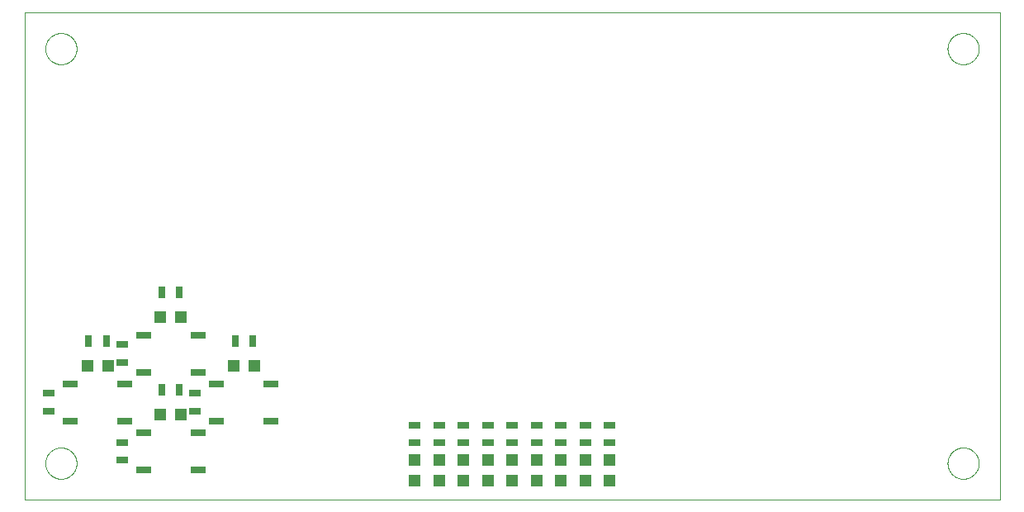
<source format=gbp>
G75*
%MOIN*%
%OFA0B0*%
%FSLAX25Y25*%
%IPPOS*%
%LPD*%
%AMOC8*
5,1,8,0,0,1.08239X$1,22.5*
%
%ADD10C,0.00000*%
%ADD11R,0.06000X0.03000*%
%ADD12R,0.04724X0.03150*%
%ADD13R,0.03150X0.04724*%
%ADD14R,0.04724X0.04724*%
D10*
X0011643Y0016420D02*
X0011643Y0213270D01*
X0405343Y0213270D01*
X0405343Y0016420D01*
X0011643Y0016420D01*
X0020107Y0031183D02*
X0020109Y0031341D01*
X0020115Y0031499D01*
X0020125Y0031657D01*
X0020139Y0031815D01*
X0020157Y0031972D01*
X0020178Y0032129D01*
X0020204Y0032285D01*
X0020234Y0032441D01*
X0020267Y0032596D01*
X0020305Y0032749D01*
X0020346Y0032902D01*
X0020391Y0033054D01*
X0020440Y0033205D01*
X0020493Y0033354D01*
X0020549Y0033502D01*
X0020609Y0033648D01*
X0020673Y0033793D01*
X0020741Y0033936D01*
X0020812Y0034078D01*
X0020886Y0034218D01*
X0020964Y0034355D01*
X0021046Y0034491D01*
X0021130Y0034625D01*
X0021219Y0034756D01*
X0021310Y0034885D01*
X0021405Y0035012D01*
X0021502Y0035137D01*
X0021603Y0035259D01*
X0021707Y0035378D01*
X0021814Y0035495D01*
X0021924Y0035609D01*
X0022037Y0035720D01*
X0022152Y0035829D01*
X0022270Y0035934D01*
X0022391Y0036036D01*
X0022514Y0036136D01*
X0022640Y0036232D01*
X0022768Y0036325D01*
X0022898Y0036415D01*
X0023031Y0036501D01*
X0023166Y0036585D01*
X0023302Y0036664D01*
X0023441Y0036741D01*
X0023582Y0036813D01*
X0023724Y0036883D01*
X0023868Y0036948D01*
X0024014Y0037010D01*
X0024161Y0037068D01*
X0024310Y0037123D01*
X0024460Y0037174D01*
X0024611Y0037221D01*
X0024763Y0037264D01*
X0024916Y0037303D01*
X0025071Y0037339D01*
X0025226Y0037370D01*
X0025382Y0037398D01*
X0025538Y0037422D01*
X0025695Y0037442D01*
X0025853Y0037458D01*
X0026010Y0037470D01*
X0026169Y0037478D01*
X0026327Y0037482D01*
X0026485Y0037482D01*
X0026643Y0037478D01*
X0026802Y0037470D01*
X0026959Y0037458D01*
X0027117Y0037442D01*
X0027274Y0037422D01*
X0027430Y0037398D01*
X0027586Y0037370D01*
X0027741Y0037339D01*
X0027896Y0037303D01*
X0028049Y0037264D01*
X0028201Y0037221D01*
X0028352Y0037174D01*
X0028502Y0037123D01*
X0028651Y0037068D01*
X0028798Y0037010D01*
X0028944Y0036948D01*
X0029088Y0036883D01*
X0029230Y0036813D01*
X0029371Y0036741D01*
X0029510Y0036664D01*
X0029646Y0036585D01*
X0029781Y0036501D01*
X0029914Y0036415D01*
X0030044Y0036325D01*
X0030172Y0036232D01*
X0030298Y0036136D01*
X0030421Y0036036D01*
X0030542Y0035934D01*
X0030660Y0035829D01*
X0030775Y0035720D01*
X0030888Y0035609D01*
X0030998Y0035495D01*
X0031105Y0035378D01*
X0031209Y0035259D01*
X0031310Y0035137D01*
X0031407Y0035012D01*
X0031502Y0034885D01*
X0031593Y0034756D01*
X0031682Y0034625D01*
X0031766Y0034491D01*
X0031848Y0034355D01*
X0031926Y0034218D01*
X0032000Y0034078D01*
X0032071Y0033936D01*
X0032139Y0033793D01*
X0032203Y0033648D01*
X0032263Y0033502D01*
X0032319Y0033354D01*
X0032372Y0033205D01*
X0032421Y0033054D01*
X0032466Y0032902D01*
X0032507Y0032749D01*
X0032545Y0032596D01*
X0032578Y0032441D01*
X0032608Y0032285D01*
X0032634Y0032129D01*
X0032655Y0031972D01*
X0032673Y0031815D01*
X0032687Y0031657D01*
X0032697Y0031499D01*
X0032703Y0031341D01*
X0032705Y0031183D01*
X0032703Y0031025D01*
X0032697Y0030867D01*
X0032687Y0030709D01*
X0032673Y0030551D01*
X0032655Y0030394D01*
X0032634Y0030237D01*
X0032608Y0030081D01*
X0032578Y0029925D01*
X0032545Y0029770D01*
X0032507Y0029617D01*
X0032466Y0029464D01*
X0032421Y0029312D01*
X0032372Y0029161D01*
X0032319Y0029012D01*
X0032263Y0028864D01*
X0032203Y0028718D01*
X0032139Y0028573D01*
X0032071Y0028430D01*
X0032000Y0028288D01*
X0031926Y0028148D01*
X0031848Y0028011D01*
X0031766Y0027875D01*
X0031682Y0027741D01*
X0031593Y0027610D01*
X0031502Y0027481D01*
X0031407Y0027354D01*
X0031310Y0027229D01*
X0031209Y0027107D01*
X0031105Y0026988D01*
X0030998Y0026871D01*
X0030888Y0026757D01*
X0030775Y0026646D01*
X0030660Y0026537D01*
X0030542Y0026432D01*
X0030421Y0026330D01*
X0030298Y0026230D01*
X0030172Y0026134D01*
X0030044Y0026041D01*
X0029914Y0025951D01*
X0029781Y0025865D01*
X0029646Y0025781D01*
X0029510Y0025702D01*
X0029371Y0025625D01*
X0029230Y0025553D01*
X0029088Y0025483D01*
X0028944Y0025418D01*
X0028798Y0025356D01*
X0028651Y0025298D01*
X0028502Y0025243D01*
X0028352Y0025192D01*
X0028201Y0025145D01*
X0028049Y0025102D01*
X0027896Y0025063D01*
X0027741Y0025027D01*
X0027586Y0024996D01*
X0027430Y0024968D01*
X0027274Y0024944D01*
X0027117Y0024924D01*
X0026959Y0024908D01*
X0026802Y0024896D01*
X0026643Y0024888D01*
X0026485Y0024884D01*
X0026327Y0024884D01*
X0026169Y0024888D01*
X0026010Y0024896D01*
X0025853Y0024908D01*
X0025695Y0024924D01*
X0025538Y0024944D01*
X0025382Y0024968D01*
X0025226Y0024996D01*
X0025071Y0025027D01*
X0024916Y0025063D01*
X0024763Y0025102D01*
X0024611Y0025145D01*
X0024460Y0025192D01*
X0024310Y0025243D01*
X0024161Y0025298D01*
X0024014Y0025356D01*
X0023868Y0025418D01*
X0023724Y0025483D01*
X0023582Y0025553D01*
X0023441Y0025625D01*
X0023302Y0025702D01*
X0023166Y0025781D01*
X0023031Y0025865D01*
X0022898Y0025951D01*
X0022768Y0026041D01*
X0022640Y0026134D01*
X0022514Y0026230D01*
X0022391Y0026330D01*
X0022270Y0026432D01*
X0022152Y0026537D01*
X0022037Y0026646D01*
X0021924Y0026757D01*
X0021814Y0026871D01*
X0021707Y0026988D01*
X0021603Y0027107D01*
X0021502Y0027229D01*
X0021405Y0027354D01*
X0021310Y0027481D01*
X0021219Y0027610D01*
X0021130Y0027741D01*
X0021046Y0027875D01*
X0020964Y0028011D01*
X0020886Y0028148D01*
X0020812Y0028288D01*
X0020741Y0028430D01*
X0020673Y0028573D01*
X0020609Y0028718D01*
X0020549Y0028864D01*
X0020493Y0029012D01*
X0020440Y0029161D01*
X0020391Y0029312D01*
X0020346Y0029464D01*
X0020305Y0029617D01*
X0020267Y0029770D01*
X0020234Y0029925D01*
X0020204Y0030081D01*
X0020178Y0030237D01*
X0020157Y0030394D01*
X0020139Y0030551D01*
X0020125Y0030709D01*
X0020115Y0030867D01*
X0020109Y0031025D01*
X0020107Y0031183D01*
X0020107Y0198506D02*
X0020109Y0198664D01*
X0020115Y0198822D01*
X0020125Y0198980D01*
X0020139Y0199138D01*
X0020157Y0199295D01*
X0020178Y0199452D01*
X0020204Y0199608D01*
X0020234Y0199764D01*
X0020267Y0199919D01*
X0020305Y0200072D01*
X0020346Y0200225D01*
X0020391Y0200377D01*
X0020440Y0200528D01*
X0020493Y0200677D01*
X0020549Y0200825D01*
X0020609Y0200971D01*
X0020673Y0201116D01*
X0020741Y0201259D01*
X0020812Y0201401D01*
X0020886Y0201541D01*
X0020964Y0201678D01*
X0021046Y0201814D01*
X0021130Y0201948D01*
X0021219Y0202079D01*
X0021310Y0202208D01*
X0021405Y0202335D01*
X0021502Y0202460D01*
X0021603Y0202582D01*
X0021707Y0202701D01*
X0021814Y0202818D01*
X0021924Y0202932D01*
X0022037Y0203043D01*
X0022152Y0203152D01*
X0022270Y0203257D01*
X0022391Y0203359D01*
X0022514Y0203459D01*
X0022640Y0203555D01*
X0022768Y0203648D01*
X0022898Y0203738D01*
X0023031Y0203824D01*
X0023166Y0203908D01*
X0023302Y0203987D01*
X0023441Y0204064D01*
X0023582Y0204136D01*
X0023724Y0204206D01*
X0023868Y0204271D01*
X0024014Y0204333D01*
X0024161Y0204391D01*
X0024310Y0204446D01*
X0024460Y0204497D01*
X0024611Y0204544D01*
X0024763Y0204587D01*
X0024916Y0204626D01*
X0025071Y0204662D01*
X0025226Y0204693D01*
X0025382Y0204721D01*
X0025538Y0204745D01*
X0025695Y0204765D01*
X0025853Y0204781D01*
X0026010Y0204793D01*
X0026169Y0204801D01*
X0026327Y0204805D01*
X0026485Y0204805D01*
X0026643Y0204801D01*
X0026802Y0204793D01*
X0026959Y0204781D01*
X0027117Y0204765D01*
X0027274Y0204745D01*
X0027430Y0204721D01*
X0027586Y0204693D01*
X0027741Y0204662D01*
X0027896Y0204626D01*
X0028049Y0204587D01*
X0028201Y0204544D01*
X0028352Y0204497D01*
X0028502Y0204446D01*
X0028651Y0204391D01*
X0028798Y0204333D01*
X0028944Y0204271D01*
X0029088Y0204206D01*
X0029230Y0204136D01*
X0029371Y0204064D01*
X0029510Y0203987D01*
X0029646Y0203908D01*
X0029781Y0203824D01*
X0029914Y0203738D01*
X0030044Y0203648D01*
X0030172Y0203555D01*
X0030298Y0203459D01*
X0030421Y0203359D01*
X0030542Y0203257D01*
X0030660Y0203152D01*
X0030775Y0203043D01*
X0030888Y0202932D01*
X0030998Y0202818D01*
X0031105Y0202701D01*
X0031209Y0202582D01*
X0031310Y0202460D01*
X0031407Y0202335D01*
X0031502Y0202208D01*
X0031593Y0202079D01*
X0031682Y0201948D01*
X0031766Y0201814D01*
X0031848Y0201678D01*
X0031926Y0201541D01*
X0032000Y0201401D01*
X0032071Y0201259D01*
X0032139Y0201116D01*
X0032203Y0200971D01*
X0032263Y0200825D01*
X0032319Y0200677D01*
X0032372Y0200528D01*
X0032421Y0200377D01*
X0032466Y0200225D01*
X0032507Y0200072D01*
X0032545Y0199919D01*
X0032578Y0199764D01*
X0032608Y0199608D01*
X0032634Y0199452D01*
X0032655Y0199295D01*
X0032673Y0199138D01*
X0032687Y0198980D01*
X0032697Y0198822D01*
X0032703Y0198664D01*
X0032705Y0198506D01*
X0032703Y0198348D01*
X0032697Y0198190D01*
X0032687Y0198032D01*
X0032673Y0197874D01*
X0032655Y0197717D01*
X0032634Y0197560D01*
X0032608Y0197404D01*
X0032578Y0197248D01*
X0032545Y0197093D01*
X0032507Y0196940D01*
X0032466Y0196787D01*
X0032421Y0196635D01*
X0032372Y0196484D01*
X0032319Y0196335D01*
X0032263Y0196187D01*
X0032203Y0196041D01*
X0032139Y0195896D01*
X0032071Y0195753D01*
X0032000Y0195611D01*
X0031926Y0195471D01*
X0031848Y0195334D01*
X0031766Y0195198D01*
X0031682Y0195064D01*
X0031593Y0194933D01*
X0031502Y0194804D01*
X0031407Y0194677D01*
X0031310Y0194552D01*
X0031209Y0194430D01*
X0031105Y0194311D01*
X0030998Y0194194D01*
X0030888Y0194080D01*
X0030775Y0193969D01*
X0030660Y0193860D01*
X0030542Y0193755D01*
X0030421Y0193653D01*
X0030298Y0193553D01*
X0030172Y0193457D01*
X0030044Y0193364D01*
X0029914Y0193274D01*
X0029781Y0193188D01*
X0029646Y0193104D01*
X0029510Y0193025D01*
X0029371Y0192948D01*
X0029230Y0192876D01*
X0029088Y0192806D01*
X0028944Y0192741D01*
X0028798Y0192679D01*
X0028651Y0192621D01*
X0028502Y0192566D01*
X0028352Y0192515D01*
X0028201Y0192468D01*
X0028049Y0192425D01*
X0027896Y0192386D01*
X0027741Y0192350D01*
X0027586Y0192319D01*
X0027430Y0192291D01*
X0027274Y0192267D01*
X0027117Y0192247D01*
X0026959Y0192231D01*
X0026802Y0192219D01*
X0026643Y0192211D01*
X0026485Y0192207D01*
X0026327Y0192207D01*
X0026169Y0192211D01*
X0026010Y0192219D01*
X0025853Y0192231D01*
X0025695Y0192247D01*
X0025538Y0192267D01*
X0025382Y0192291D01*
X0025226Y0192319D01*
X0025071Y0192350D01*
X0024916Y0192386D01*
X0024763Y0192425D01*
X0024611Y0192468D01*
X0024460Y0192515D01*
X0024310Y0192566D01*
X0024161Y0192621D01*
X0024014Y0192679D01*
X0023868Y0192741D01*
X0023724Y0192806D01*
X0023582Y0192876D01*
X0023441Y0192948D01*
X0023302Y0193025D01*
X0023166Y0193104D01*
X0023031Y0193188D01*
X0022898Y0193274D01*
X0022768Y0193364D01*
X0022640Y0193457D01*
X0022514Y0193553D01*
X0022391Y0193653D01*
X0022270Y0193755D01*
X0022152Y0193860D01*
X0022037Y0193969D01*
X0021924Y0194080D01*
X0021814Y0194194D01*
X0021707Y0194311D01*
X0021603Y0194430D01*
X0021502Y0194552D01*
X0021405Y0194677D01*
X0021310Y0194804D01*
X0021219Y0194933D01*
X0021130Y0195064D01*
X0021046Y0195198D01*
X0020964Y0195334D01*
X0020886Y0195471D01*
X0020812Y0195611D01*
X0020741Y0195753D01*
X0020673Y0195896D01*
X0020609Y0196041D01*
X0020549Y0196187D01*
X0020493Y0196335D01*
X0020440Y0196484D01*
X0020391Y0196635D01*
X0020346Y0196787D01*
X0020305Y0196940D01*
X0020267Y0197093D01*
X0020234Y0197248D01*
X0020204Y0197404D01*
X0020178Y0197560D01*
X0020157Y0197717D01*
X0020139Y0197874D01*
X0020125Y0198032D01*
X0020115Y0198190D01*
X0020109Y0198348D01*
X0020107Y0198506D01*
X0384281Y0198506D02*
X0384283Y0198664D01*
X0384289Y0198822D01*
X0384299Y0198980D01*
X0384313Y0199138D01*
X0384331Y0199295D01*
X0384352Y0199452D01*
X0384378Y0199608D01*
X0384408Y0199764D01*
X0384441Y0199919D01*
X0384479Y0200072D01*
X0384520Y0200225D01*
X0384565Y0200377D01*
X0384614Y0200528D01*
X0384667Y0200677D01*
X0384723Y0200825D01*
X0384783Y0200971D01*
X0384847Y0201116D01*
X0384915Y0201259D01*
X0384986Y0201401D01*
X0385060Y0201541D01*
X0385138Y0201678D01*
X0385220Y0201814D01*
X0385304Y0201948D01*
X0385393Y0202079D01*
X0385484Y0202208D01*
X0385579Y0202335D01*
X0385676Y0202460D01*
X0385777Y0202582D01*
X0385881Y0202701D01*
X0385988Y0202818D01*
X0386098Y0202932D01*
X0386211Y0203043D01*
X0386326Y0203152D01*
X0386444Y0203257D01*
X0386565Y0203359D01*
X0386688Y0203459D01*
X0386814Y0203555D01*
X0386942Y0203648D01*
X0387072Y0203738D01*
X0387205Y0203824D01*
X0387340Y0203908D01*
X0387476Y0203987D01*
X0387615Y0204064D01*
X0387756Y0204136D01*
X0387898Y0204206D01*
X0388042Y0204271D01*
X0388188Y0204333D01*
X0388335Y0204391D01*
X0388484Y0204446D01*
X0388634Y0204497D01*
X0388785Y0204544D01*
X0388937Y0204587D01*
X0389090Y0204626D01*
X0389245Y0204662D01*
X0389400Y0204693D01*
X0389556Y0204721D01*
X0389712Y0204745D01*
X0389869Y0204765D01*
X0390027Y0204781D01*
X0390184Y0204793D01*
X0390343Y0204801D01*
X0390501Y0204805D01*
X0390659Y0204805D01*
X0390817Y0204801D01*
X0390976Y0204793D01*
X0391133Y0204781D01*
X0391291Y0204765D01*
X0391448Y0204745D01*
X0391604Y0204721D01*
X0391760Y0204693D01*
X0391915Y0204662D01*
X0392070Y0204626D01*
X0392223Y0204587D01*
X0392375Y0204544D01*
X0392526Y0204497D01*
X0392676Y0204446D01*
X0392825Y0204391D01*
X0392972Y0204333D01*
X0393118Y0204271D01*
X0393262Y0204206D01*
X0393404Y0204136D01*
X0393545Y0204064D01*
X0393684Y0203987D01*
X0393820Y0203908D01*
X0393955Y0203824D01*
X0394088Y0203738D01*
X0394218Y0203648D01*
X0394346Y0203555D01*
X0394472Y0203459D01*
X0394595Y0203359D01*
X0394716Y0203257D01*
X0394834Y0203152D01*
X0394949Y0203043D01*
X0395062Y0202932D01*
X0395172Y0202818D01*
X0395279Y0202701D01*
X0395383Y0202582D01*
X0395484Y0202460D01*
X0395581Y0202335D01*
X0395676Y0202208D01*
X0395767Y0202079D01*
X0395856Y0201948D01*
X0395940Y0201814D01*
X0396022Y0201678D01*
X0396100Y0201541D01*
X0396174Y0201401D01*
X0396245Y0201259D01*
X0396313Y0201116D01*
X0396377Y0200971D01*
X0396437Y0200825D01*
X0396493Y0200677D01*
X0396546Y0200528D01*
X0396595Y0200377D01*
X0396640Y0200225D01*
X0396681Y0200072D01*
X0396719Y0199919D01*
X0396752Y0199764D01*
X0396782Y0199608D01*
X0396808Y0199452D01*
X0396829Y0199295D01*
X0396847Y0199138D01*
X0396861Y0198980D01*
X0396871Y0198822D01*
X0396877Y0198664D01*
X0396879Y0198506D01*
X0396877Y0198348D01*
X0396871Y0198190D01*
X0396861Y0198032D01*
X0396847Y0197874D01*
X0396829Y0197717D01*
X0396808Y0197560D01*
X0396782Y0197404D01*
X0396752Y0197248D01*
X0396719Y0197093D01*
X0396681Y0196940D01*
X0396640Y0196787D01*
X0396595Y0196635D01*
X0396546Y0196484D01*
X0396493Y0196335D01*
X0396437Y0196187D01*
X0396377Y0196041D01*
X0396313Y0195896D01*
X0396245Y0195753D01*
X0396174Y0195611D01*
X0396100Y0195471D01*
X0396022Y0195334D01*
X0395940Y0195198D01*
X0395856Y0195064D01*
X0395767Y0194933D01*
X0395676Y0194804D01*
X0395581Y0194677D01*
X0395484Y0194552D01*
X0395383Y0194430D01*
X0395279Y0194311D01*
X0395172Y0194194D01*
X0395062Y0194080D01*
X0394949Y0193969D01*
X0394834Y0193860D01*
X0394716Y0193755D01*
X0394595Y0193653D01*
X0394472Y0193553D01*
X0394346Y0193457D01*
X0394218Y0193364D01*
X0394088Y0193274D01*
X0393955Y0193188D01*
X0393820Y0193104D01*
X0393684Y0193025D01*
X0393545Y0192948D01*
X0393404Y0192876D01*
X0393262Y0192806D01*
X0393118Y0192741D01*
X0392972Y0192679D01*
X0392825Y0192621D01*
X0392676Y0192566D01*
X0392526Y0192515D01*
X0392375Y0192468D01*
X0392223Y0192425D01*
X0392070Y0192386D01*
X0391915Y0192350D01*
X0391760Y0192319D01*
X0391604Y0192291D01*
X0391448Y0192267D01*
X0391291Y0192247D01*
X0391133Y0192231D01*
X0390976Y0192219D01*
X0390817Y0192211D01*
X0390659Y0192207D01*
X0390501Y0192207D01*
X0390343Y0192211D01*
X0390184Y0192219D01*
X0390027Y0192231D01*
X0389869Y0192247D01*
X0389712Y0192267D01*
X0389556Y0192291D01*
X0389400Y0192319D01*
X0389245Y0192350D01*
X0389090Y0192386D01*
X0388937Y0192425D01*
X0388785Y0192468D01*
X0388634Y0192515D01*
X0388484Y0192566D01*
X0388335Y0192621D01*
X0388188Y0192679D01*
X0388042Y0192741D01*
X0387898Y0192806D01*
X0387756Y0192876D01*
X0387615Y0192948D01*
X0387476Y0193025D01*
X0387340Y0193104D01*
X0387205Y0193188D01*
X0387072Y0193274D01*
X0386942Y0193364D01*
X0386814Y0193457D01*
X0386688Y0193553D01*
X0386565Y0193653D01*
X0386444Y0193755D01*
X0386326Y0193860D01*
X0386211Y0193969D01*
X0386098Y0194080D01*
X0385988Y0194194D01*
X0385881Y0194311D01*
X0385777Y0194430D01*
X0385676Y0194552D01*
X0385579Y0194677D01*
X0385484Y0194804D01*
X0385393Y0194933D01*
X0385304Y0195064D01*
X0385220Y0195198D01*
X0385138Y0195334D01*
X0385060Y0195471D01*
X0384986Y0195611D01*
X0384915Y0195753D01*
X0384847Y0195896D01*
X0384783Y0196041D01*
X0384723Y0196187D01*
X0384667Y0196335D01*
X0384614Y0196484D01*
X0384565Y0196635D01*
X0384520Y0196787D01*
X0384479Y0196940D01*
X0384441Y0197093D01*
X0384408Y0197248D01*
X0384378Y0197404D01*
X0384352Y0197560D01*
X0384331Y0197717D01*
X0384313Y0197874D01*
X0384299Y0198032D01*
X0384289Y0198190D01*
X0384283Y0198348D01*
X0384281Y0198506D01*
X0384281Y0031183D02*
X0384283Y0031341D01*
X0384289Y0031499D01*
X0384299Y0031657D01*
X0384313Y0031815D01*
X0384331Y0031972D01*
X0384352Y0032129D01*
X0384378Y0032285D01*
X0384408Y0032441D01*
X0384441Y0032596D01*
X0384479Y0032749D01*
X0384520Y0032902D01*
X0384565Y0033054D01*
X0384614Y0033205D01*
X0384667Y0033354D01*
X0384723Y0033502D01*
X0384783Y0033648D01*
X0384847Y0033793D01*
X0384915Y0033936D01*
X0384986Y0034078D01*
X0385060Y0034218D01*
X0385138Y0034355D01*
X0385220Y0034491D01*
X0385304Y0034625D01*
X0385393Y0034756D01*
X0385484Y0034885D01*
X0385579Y0035012D01*
X0385676Y0035137D01*
X0385777Y0035259D01*
X0385881Y0035378D01*
X0385988Y0035495D01*
X0386098Y0035609D01*
X0386211Y0035720D01*
X0386326Y0035829D01*
X0386444Y0035934D01*
X0386565Y0036036D01*
X0386688Y0036136D01*
X0386814Y0036232D01*
X0386942Y0036325D01*
X0387072Y0036415D01*
X0387205Y0036501D01*
X0387340Y0036585D01*
X0387476Y0036664D01*
X0387615Y0036741D01*
X0387756Y0036813D01*
X0387898Y0036883D01*
X0388042Y0036948D01*
X0388188Y0037010D01*
X0388335Y0037068D01*
X0388484Y0037123D01*
X0388634Y0037174D01*
X0388785Y0037221D01*
X0388937Y0037264D01*
X0389090Y0037303D01*
X0389245Y0037339D01*
X0389400Y0037370D01*
X0389556Y0037398D01*
X0389712Y0037422D01*
X0389869Y0037442D01*
X0390027Y0037458D01*
X0390184Y0037470D01*
X0390343Y0037478D01*
X0390501Y0037482D01*
X0390659Y0037482D01*
X0390817Y0037478D01*
X0390976Y0037470D01*
X0391133Y0037458D01*
X0391291Y0037442D01*
X0391448Y0037422D01*
X0391604Y0037398D01*
X0391760Y0037370D01*
X0391915Y0037339D01*
X0392070Y0037303D01*
X0392223Y0037264D01*
X0392375Y0037221D01*
X0392526Y0037174D01*
X0392676Y0037123D01*
X0392825Y0037068D01*
X0392972Y0037010D01*
X0393118Y0036948D01*
X0393262Y0036883D01*
X0393404Y0036813D01*
X0393545Y0036741D01*
X0393684Y0036664D01*
X0393820Y0036585D01*
X0393955Y0036501D01*
X0394088Y0036415D01*
X0394218Y0036325D01*
X0394346Y0036232D01*
X0394472Y0036136D01*
X0394595Y0036036D01*
X0394716Y0035934D01*
X0394834Y0035829D01*
X0394949Y0035720D01*
X0395062Y0035609D01*
X0395172Y0035495D01*
X0395279Y0035378D01*
X0395383Y0035259D01*
X0395484Y0035137D01*
X0395581Y0035012D01*
X0395676Y0034885D01*
X0395767Y0034756D01*
X0395856Y0034625D01*
X0395940Y0034491D01*
X0396022Y0034355D01*
X0396100Y0034218D01*
X0396174Y0034078D01*
X0396245Y0033936D01*
X0396313Y0033793D01*
X0396377Y0033648D01*
X0396437Y0033502D01*
X0396493Y0033354D01*
X0396546Y0033205D01*
X0396595Y0033054D01*
X0396640Y0032902D01*
X0396681Y0032749D01*
X0396719Y0032596D01*
X0396752Y0032441D01*
X0396782Y0032285D01*
X0396808Y0032129D01*
X0396829Y0031972D01*
X0396847Y0031815D01*
X0396861Y0031657D01*
X0396871Y0031499D01*
X0396877Y0031341D01*
X0396879Y0031183D01*
X0396877Y0031025D01*
X0396871Y0030867D01*
X0396861Y0030709D01*
X0396847Y0030551D01*
X0396829Y0030394D01*
X0396808Y0030237D01*
X0396782Y0030081D01*
X0396752Y0029925D01*
X0396719Y0029770D01*
X0396681Y0029617D01*
X0396640Y0029464D01*
X0396595Y0029312D01*
X0396546Y0029161D01*
X0396493Y0029012D01*
X0396437Y0028864D01*
X0396377Y0028718D01*
X0396313Y0028573D01*
X0396245Y0028430D01*
X0396174Y0028288D01*
X0396100Y0028148D01*
X0396022Y0028011D01*
X0395940Y0027875D01*
X0395856Y0027741D01*
X0395767Y0027610D01*
X0395676Y0027481D01*
X0395581Y0027354D01*
X0395484Y0027229D01*
X0395383Y0027107D01*
X0395279Y0026988D01*
X0395172Y0026871D01*
X0395062Y0026757D01*
X0394949Y0026646D01*
X0394834Y0026537D01*
X0394716Y0026432D01*
X0394595Y0026330D01*
X0394472Y0026230D01*
X0394346Y0026134D01*
X0394218Y0026041D01*
X0394088Y0025951D01*
X0393955Y0025865D01*
X0393820Y0025781D01*
X0393684Y0025702D01*
X0393545Y0025625D01*
X0393404Y0025553D01*
X0393262Y0025483D01*
X0393118Y0025418D01*
X0392972Y0025356D01*
X0392825Y0025298D01*
X0392676Y0025243D01*
X0392526Y0025192D01*
X0392375Y0025145D01*
X0392223Y0025102D01*
X0392070Y0025063D01*
X0391915Y0025027D01*
X0391760Y0024996D01*
X0391604Y0024968D01*
X0391448Y0024944D01*
X0391291Y0024924D01*
X0391133Y0024908D01*
X0390976Y0024896D01*
X0390817Y0024888D01*
X0390659Y0024884D01*
X0390501Y0024884D01*
X0390343Y0024888D01*
X0390184Y0024896D01*
X0390027Y0024908D01*
X0389869Y0024924D01*
X0389712Y0024944D01*
X0389556Y0024968D01*
X0389400Y0024996D01*
X0389245Y0025027D01*
X0389090Y0025063D01*
X0388937Y0025102D01*
X0388785Y0025145D01*
X0388634Y0025192D01*
X0388484Y0025243D01*
X0388335Y0025298D01*
X0388188Y0025356D01*
X0388042Y0025418D01*
X0387898Y0025483D01*
X0387756Y0025553D01*
X0387615Y0025625D01*
X0387476Y0025702D01*
X0387340Y0025781D01*
X0387205Y0025865D01*
X0387072Y0025951D01*
X0386942Y0026041D01*
X0386814Y0026134D01*
X0386688Y0026230D01*
X0386565Y0026330D01*
X0386444Y0026432D01*
X0386326Y0026537D01*
X0386211Y0026646D01*
X0386098Y0026757D01*
X0385988Y0026871D01*
X0385881Y0026988D01*
X0385777Y0027107D01*
X0385676Y0027229D01*
X0385579Y0027354D01*
X0385484Y0027481D01*
X0385393Y0027610D01*
X0385304Y0027741D01*
X0385220Y0027875D01*
X0385138Y0028011D01*
X0385060Y0028148D01*
X0384986Y0028288D01*
X0384915Y0028430D01*
X0384847Y0028573D01*
X0384783Y0028718D01*
X0384723Y0028864D01*
X0384667Y0029012D01*
X0384614Y0029161D01*
X0384565Y0029312D01*
X0384520Y0029464D01*
X0384479Y0029617D01*
X0384441Y0029770D01*
X0384408Y0029925D01*
X0384378Y0030081D01*
X0384352Y0030237D01*
X0384331Y0030394D01*
X0384313Y0030551D01*
X0384299Y0030709D01*
X0384289Y0030867D01*
X0384283Y0031025D01*
X0384281Y0031183D01*
D11*
X0111225Y0048290D03*
X0089225Y0048290D03*
X0081698Y0043605D03*
X0059698Y0043605D03*
X0052170Y0048290D03*
X0030170Y0048290D03*
X0030170Y0063290D03*
X0052170Y0063290D03*
X0059698Y0067975D03*
X0081698Y0067975D03*
X0089225Y0063290D03*
X0111225Y0063290D03*
X0081698Y0082975D03*
X0059698Y0082975D03*
X0059698Y0028605D03*
X0081698Y0028605D03*
D12*
X0051013Y0032561D03*
X0051013Y0039648D03*
X0080540Y0052246D03*
X0080540Y0059333D03*
X0051013Y0071931D03*
X0051013Y0079018D03*
X0021485Y0059333D03*
X0021485Y0052246D03*
X0169123Y0046538D03*
X0178965Y0046538D03*
X0188808Y0046538D03*
X0198650Y0046538D03*
X0208493Y0046538D03*
X0218335Y0046538D03*
X0228178Y0046538D03*
X0238020Y0046538D03*
X0247863Y0046538D03*
X0247863Y0039451D03*
X0238020Y0039451D03*
X0228178Y0039451D03*
X0218335Y0039451D03*
X0208493Y0039451D03*
X0198650Y0039451D03*
X0188808Y0039451D03*
X0178965Y0039451D03*
X0169123Y0039451D03*
D13*
X0103769Y0080396D03*
X0096682Y0080396D03*
X0074241Y0060711D03*
X0067154Y0060711D03*
X0044713Y0080396D03*
X0037627Y0080396D03*
X0067154Y0100081D03*
X0074241Y0100081D03*
D14*
X0074831Y0090239D03*
X0066564Y0090239D03*
X0045304Y0070554D03*
X0037036Y0070554D03*
X0066564Y0050869D03*
X0074831Y0050869D03*
X0096091Y0070554D03*
X0104359Y0070554D03*
X0169123Y0032365D03*
X0178965Y0032365D03*
X0188808Y0032365D03*
X0198650Y0032365D03*
X0208493Y0032365D03*
X0218335Y0032365D03*
X0228178Y0032365D03*
X0238020Y0032365D03*
X0247863Y0032365D03*
X0247863Y0024097D03*
X0238020Y0024097D03*
X0228178Y0024097D03*
X0218335Y0024097D03*
X0208493Y0024097D03*
X0198650Y0024097D03*
X0188808Y0024097D03*
X0178965Y0024097D03*
X0169123Y0024097D03*
M02*

</source>
